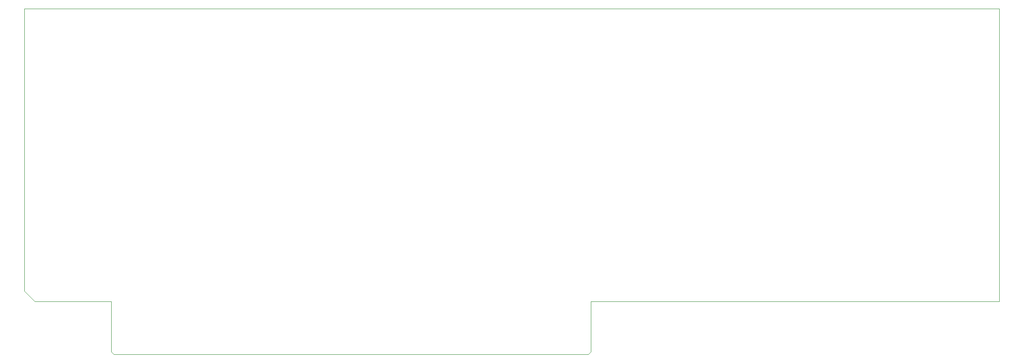
<source format=gbr>
G04 #@! TF.GenerationSoftware,KiCad,Pcbnew,(5.1.8)-1*
G04 #@! TF.CreationDate,2020-12-10T15:49:41+09:00*
G04 #@! TF.ProjectId,EX_MEM_AND_FM,45585f4d-454d-45f4-914e-445f464d2e6b,0.2*
G04 #@! TF.SameCoordinates,PX120bdf8PY82ed558*
G04 #@! TF.FileFunction,Profile,NP*
%FSLAX46Y46*%
G04 Gerber Fmt 4.6, Leading zero omitted, Abs format (unit mm)*
G04 Created by KiCad (PCBNEW (5.1.8)-1) date 2020-12-10 15:49:41*
%MOMM*%
%LPD*%
G01*
G04 APERTURE LIST*
G04 #@! TA.AperFunction,Profile*
%ADD10C,0.050000*%
G04 #@! TD*
G04 APERTURE END LIST*
D10*
X0Y12319000D02*
X2032000Y10287000D01*
X16891000Y508000D02*
X17399000Y0D01*
X0Y12319000D02*
X0Y67437000D01*
X16891000Y10287000D02*
X2032000Y10287000D01*
X189992000Y67437000D02*
X0Y67437000D01*
X189992000Y10287000D02*
X189992000Y67437000D01*
X110363000Y10287000D02*
X189992000Y10287000D01*
X110363000Y508000D02*
X110363000Y10287000D01*
X109855000Y0D02*
X110363000Y508000D01*
X17399000Y0D02*
X109855000Y0D01*
X16891000Y10287000D02*
X16891000Y508000D01*
M02*

</source>
